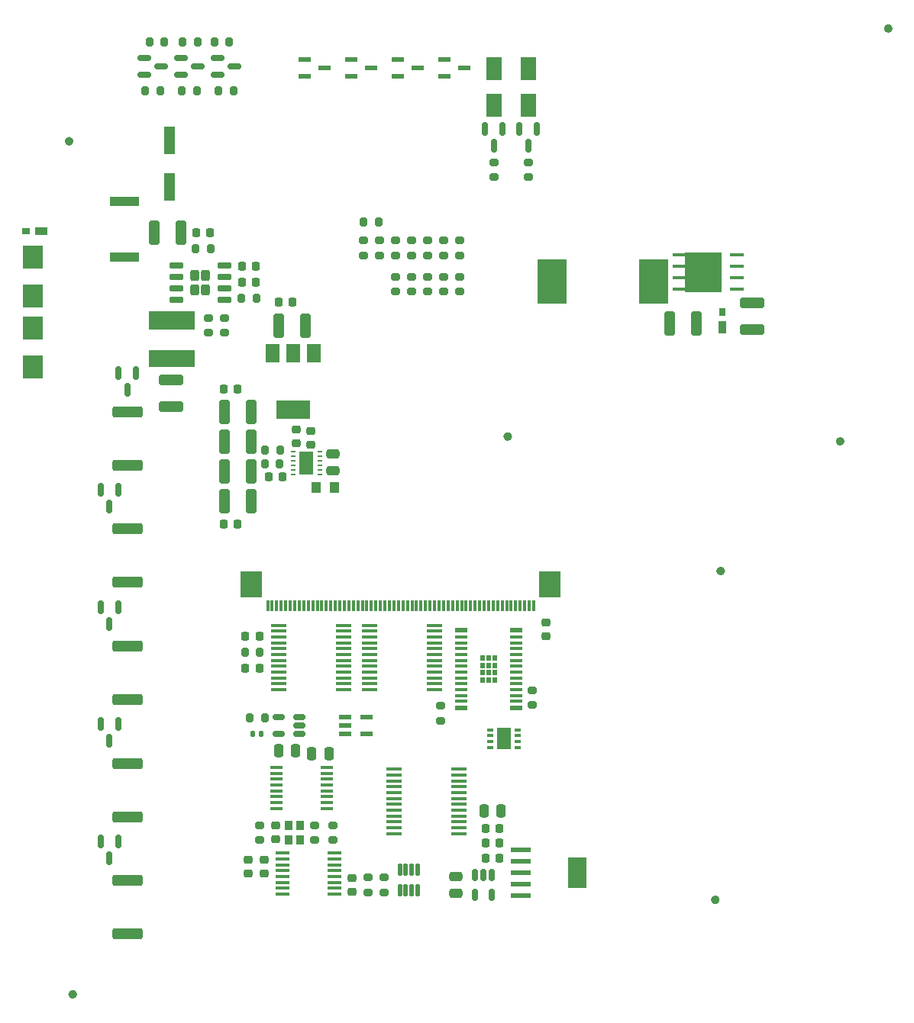
<source format=gtp>
G04 #@! TF.GenerationSoftware,KiCad,Pcbnew,(6.0.1-0)*
G04 #@! TF.CreationDate,2022-02-25T07:04:38+09:00*
G04 #@! TF.ProjectId,qPCR-main,71504352-2d6d-4616-996e-2e6b69636164,rev?*
G04 #@! TF.SameCoordinates,Original*
G04 #@! TF.FileFunction,Paste,Top*
G04 #@! TF.FilePolarity,Positive*
%FSLAX46Y46*%
G04 Gerber Fmt 4.6, Leading zero omitted, Abs format (unit mm)*
G04 Created by KiCad (PCBNEW (6.0.1-0)) date 2022-02-25 07:04:38*
%MOMM*%
%LPD*%
G01*
G04 APERTURE LIST*
G04 Aperture macros list*
%AMRoundRect*
0 Rectangle with rounded corners*
0 $1 Rounding radius*
0 $2 $3 $4 $5 $6 $7 $8 $9 X,Y pos of 4 corners*
0 Add a 4 corners polygon primitive as box body*
4,1,4,$2,$3,$4,$5,$6,$7,$8,$9,$2,$3,0*
0 Add four circle primitives for the rounded corners*
1,1,$1+$1,$2,$3*
1,1,$1+$1,$4,$5*
1,1,$1+$1,$6,$7*
1,1,$1+$1,$8,$9*
0 Add four rect primitives between the rounded corners*
20,1,$1+$1,$2,$3,$4,$5,0*
20,1,$1+$1,$4,$5,$6,$7,0*
20,1,$1+$1,$6,$7,$8,$9,0*
20,1,$1+$1,$8,$9,$2,$3,0*%
G04 Aperture macros list end*
%ADD10C,0.475000*%
%ADD11C,0.100000*%
%ADD12RoundRect,0.150000X-0.150000X0.587500X-0.150000X-0.587500X0.150000X-0.587500X0.150000X0.587500X0*%
%ADD13R,1.500000X2.000000*%
%ADD14R,3.800000X2.000000*%
%ADD15R,0.499999X0.249999*%
%ADD16R,1.500000X2.500000*%
%ADD17RoundRect,0.150000X-0.150000X0.512500X-0.150000X-0.512500X0.150000X-0.512500X0.150000X0.512500X0*%
%ADD18RoundRect,0.250000X0.250000X0.475000X-0.250000X0.475000X-0.250000X-0.475000X0.250000X-0.475000X0*%
%ADD19RoundRect,0.225000X0.225000X0.250000X-0.225000X0.250000X-0.225000X-0.250000X0.225000X-0.250000X0*%
%ADD20RoundRect,0.225000X-0.225000X-0.250000X0.225000X-0.250000X0.225000X0.250000X-0.225000X0.250000X0*%
%ADD21RoundRect,0.225000X0.250000X-0.225000X0.250000X0.225000X-0.250000X0.225000X-0.250000X-0.225000X0*%
%ADD22RoundRect,0.250000X-0.475000X0.250000X-0.475000X-0.250000X0.475000X-0.250000X0.475000X0.250000X0*%
%ADD23RoundRect,0.250000X0.325000X1.100000X-0.325000X1.100000X-0.325000X-1.100000X0.325000X-1.100000X0*%
%ADD24R,2.300000X2.500000*%
%ADD25R,1.000000X1.250000*%
%ADD26RoundRect,0.250000X-1.425000X0.362500X-1.425000X-0.362500X1.425000X-0.362500X1.425000X0.362500X0*%
%ADD27R,3.200000X1.000000*%
%ADD28R,5.100000X1.900000*%
%ADD29R,5.100000X2.100000*%
%ADD30RoundRect,0.200000X0.200000X0.275000X-0.200000X0.275000X-0.200000X-0.275000X0.200000X-0.275000X0*%
%ADD31R,1.800000X2.500000*%
%ADD32RoundRect,0.200000X-0.275000X0.200000X-0.275000X-0.200000X0.275000X-0.200000X0.275000X0.200000X0*%
%ADD33RoundRect,0.200000X0.275000X-0.200000X0.275000X0.200000X-0.275000X0.200000X-0.275000X-0.200000X0*%
%ADD34RoundRect,0.250000X0.475000X-0.250000X0.475000X0.250000X-0.475000X0.250000X-0.475000X-0.250000X0*%
%ADD35R,1.750000X0.450000*%
%ADD36R,0.650000X0.350000*%
%ADD37R,1.500000X2.400000*%
%ADD38RoundRect,0.225000X-0.250000X0.225000X-0.250000X-0.225000X0.250000X-0.225000X0.250000X0.225000X0*%
%ADD39RoundRect,0.125000X0.125000X-0.537500X0.125000X0.537500X-0.125000X0.537500X-0.125000X-0.537500X0*%
%ADD40RoundRect,0.150000X0.512500X0.150000X-0.512500X0.150000X-0.512500X-0.150000X0.512500X-0.150000X0*%
%ADD41RoundRect,0.250000X-0.250000X-0.475000X0.250000X-0.475000X0.250000X0.475000X-0.250000X0.475000X0*%
%ADD42R,0.900000X1.000000*%
%ADD43R,1.473200X0.355600*%
%ADD44R,1.570000X0.410000*%
%ADD45R,1.473200X0.558800*%
%ADD46R,0.300000X1.250000*%
%ADD47R,2.400000X3.000000*%
%ADD48R,1.350000X0.600000*%
%ADD49R,1.350000X0.400000*%
%ADD50R,1.219200X3.098800*%
%ADD51R,1.320800X0.558800*%
%ADD52R,1.397000X0.889000*%
%ADD53R,0.863600X0.762000*%
%ADD54RoundRect,0.242500X-0.242500X-0.382500X0.242500X-0.382500X0.242500X0.382500X-0.242500X0.382500X0*%
%ADD55RoundRect,0.150000X-0.650000X-0.150000X0.650000X-0.150000X0.650000X0.150000X-0.650000X0.150000X0*%
%ADD56RoundRect,0.200000X-0.200000X-0.275000X0.200000X-0.275000X0.200000X0.275000X-0.200000X0.275000X0*%
%ADD57R,0.889000X1.397000*%
%ADD58R,0.762000X0.863600*%
%ADD59R,1.516000X0.457200*%
%ADD60RoundRect,0.250000X1.100000X-0.325000X1.100000X0.325000X-1.100000X0.325000X-1.100000X-0.325000X0*%
%ADD61R,3.250000X5.000000*%
%ADD62RoundRect,0.250000X-0.325000X-1.100000X0.325000X-1.100000X0.325000X1.100000X-0.325000X1.100000X0*%
%ADD63RoundRect,0.150000X-0.587500X-0.150000X0.587500X-0.150000X0.587500X0.150000X-0.587500X0.150000X0*%
%ADD64RoundRect,0.140000X-0.140000X-0.170000X0.140000X-0.170000X0.140000X0.170000X-0.140000X0.170000X0*%
%ADD65R,2.200000X0.600000*%
%ADD66R,2.150000X3.450000*%
G04 APERTURE END LIST*
D10*
X87737503Y-52824990D02*
G75*
G03*
X87737503Y-52824990I-237500J0D01*
G01*
X88137500Y-147500000D02*
G75*
G03*
X88137500Y-147500000I-237500J0D01*
G01*
X136373510Y-85589999D02*
G75*
G03*
X136373510Y-85589999I-237500J0D01*
G01*
X178562493Y-40299996D02*
G75*
G03*
X178562493Y-40299996I-237500J0D01*
G01*
X173237510Y-86124999D02*
G75*
G03*
X173237510Y-86124999I-237500J0D01*
G01*
X159977500Y-100510000D02*
G75*
G03*
X159977500Y-100510000I-237500J0D01*
G01*
X159377500Y-137010000D02*
G75*
G03*
X159377500Y-137010000I-237500J0D01*
G01*
G36*
X133566892Y-110461109D02*
G01*
X133066892Y-110461109D01*
X133066892Y-109861109D01*
X133566892Y-109861109D01*
X133566892Y-110461109D01*
G37*
G36*
X134966892Y-111281109D02*
G01*
X134466892Y-111281109D01*
X134466892Y-110681109D01*
X134966892Y-110681109D01*
X134966892Y-111281109D01*
G37*
G36*
X134966892Y-112921109D02*
G01*
X134466892Y-112921109D01*
X134466892Y-112321109D01*
X134966892Y-112321109D01*
X134966892Y-112921109D01*
G37*
G36*
X133566892Y-111281109D02*
G01*
X133066892Y-111281109D01*
X133066892Y-110681109D01*
X133566892Y-110681109D01*
X133566892Y-111281109D01*
G37*
G36*
X134266892Y-112101109D02*
G01*
X133766892Y-112101109D01*
X133766892Y-111501109D01*
X134266892Y-111501109D01*
X134266892Y-112101109D01*
G37*
G36*
X134266892Y-111281109D02*
G01*
X133766892Y-111281109D01*
X133766892Y-110681109D01*
X134266892Y-110681109D01*
X134266892Y-111281109D01*
G37*
G36*
X134266892Y-110461109D02*
G01*
X133766892Y-110461109D01*
X133766892Y-109861109D01*
X134266892Y-109861109D01*
X134266892Y-110461109D01*
G37*
G36*
X134266892Y-112921109D02*
G01*
X133766892Y-112921109D01*
X133766892Y-112321109D01*
X134266892Y-112321109D01*
X134266892Y-112921109D01*
G37*
G36*
X134966892Y-112101109D02*
G01*
X134466892Y-112101109D01*
X134466892Y-111501109D01*
X134966892Y-111501109D01*
X134966892Y-112101109D01*
G37*
G36*
X134966892Y-110461109D02*
G01*
X134466892Y-110461109D01*
X134466892Y-109861109D01*
X134966892Y-109861109D01*
X134966892Y-110461109D01*
G37*
G36*
X133566892Y-112921109D02*
G01*
X133066892Y-112921109D01*
X133066892Y-112321109D01*
X133566892Y-112321109D01*
X133566892Y-112921109D01*
G37*
G36*
X133566892Y-112101109D02*
G01*
X133066892Y-112101109D01*
X133066892Y-111501109D01*
X133566892Y-111501109D01*
X133566892Y-112101109D01*
G37*
D11*
X155773799Y-69459000D02*
X159761599Y-69459000D01*
X159761599Y-69459000D02*
X159761599Y-65141000D01*
X159761599Y-65141000D02*
X155773799Y-65141000D01*
X155773799Y-65141000D02*
X155773799Y-69459000D01*
G36*
X159761599Y-69459000D02*
G01*
X155773799Y-69459000D01*
X155773799Y-65141000D01*
X159761599Y-65141000D01*
X159761599Y-69459000D01*
G37*
X159761599Y-69459000D02*
X155773799Y-69459000D01*
X155773799Y-65141000D01*
X159761599Y-65141000D01*
X159761599Y-69459000D01*
D12*
X94886000Y-78512500D03*
X92986000Y-78512500D03*
X93936000Y-80387500D03*
X92926000Y-91512500D03*
X91026000Y-91512500D03*
X91976000Y-93387500D03*
X92926000Y-104512500D03*
X91026000Y-104512500D03*
X91976000Y-106387500D03*
X92926000Y-117512500D03*
X91026000Y-117512500D03*
X91976000Y-119387500D03*
X92926000Y-130512500D03*
X91026000Y-130512500D03*
X91976000Y-132387500D03*
D13*
X114625000Y-76325000D03*
X112325000Y-76325000D03*
X110025000Y-76325000D03*
D14*
X112325000Y-82625000D03*
D15*
X112379998Y-87299988D03*
X112379998Y-87799987D03*
X112379998Y-88299988D03*
X112379998Y-88799988D03*
X112379998Y-89299989D03*
X112379998Y-89799988D03*
X115279998Y-89799988D03*
X115279998Y-89299989D03*
X115279998Y-88799988D03*
X115279998Y-88299988D03*
X115279998Y-87799987D03*
X115279998Y-87299988D03*
D16*
X113829998Y-88549988D03*
D17*
X134359995Y-134222504D03*
X133409995Y-134222504D03*
X132459995Y-134222504D03*
X132459995Y-136497504D03*
X134359995Y-136497504D03*
D18*
X135410000Y-127150000D03*
X133510000Y-127150000D03*
D19*
X135235005Y-129055012D03*
X133685005Y-129055012D03*
D20*
X110725000Y-70670000D03*
X112275000Y-70670000D03*
D19*
X135235005Y-130706012D03*
X133685005Y-130706012D03*
X106175000Y-80280000D03*
X104625000Y-80280000D03*
X111175000Y-90090000D03*
X109625000Y-90090000D03*
D21*
X114290000Y-86495000D03*
X114290000Y-84945000D03*
X112670000Y-86325000D03*
X112670000Y-84775000D03*
D22*
X116770000Y-87510000D03*
X116770000Y-89410000D03*
D23*
X107675000Y-89480000D03*
X104725000Y-89480000D03*
D24*
X83500000Y-69950000D03*
X83500000Y-65650000D03*
X83500000Y-73550000D03*
X83500000Y-77850000D03*
D25*
X116880000Y-91220000D03*
X114880000Y-91220000D03*
D26*
X93936000Y-82857500D03*
X93936000Y-88782500D03*
X93936000Y-95857500D03*
X93936000Y-101782500D03*
X93936000Y-108857500D03*
X93936000Y-114782500D03*
X93936000Y-121857500D03*
X93936000Y-127782500D03*
X93936000Y-134857500D03*
X93936000Y-140782500D03*
D19*
X135235005Y-132357012D03*
X133685005Y-132357012D03*
D27*
X93650000Y-59500000D03*
X93650000Y-65700000D03*
D28*
X98900000Y-76900000D03*
D29*
X98900000Y-72700000D03*
D19*
X108217000Y-66721990D03*
X106667000Y-66721990D03*
X108217000Y-68499990D03*
X106667000Y-68499990D03*
D23*
X107675000Y-92780000D03*
X104725000Y-92780000D03*
D30*
X110825000Y-88620000D03*
X109175000Y-88620000D03*
X110875000Y-87060000D03*
X109225000Y-87060000D03*
D31*
X134590000Y-48790000D03*
X134590000Y-44790000D03*
X138400000Y-48790000D03*
X138400000Y-44790000D03*
D12*
X135540000Y-51452500D03*
X133640000Y-51452500D03*
X134590000Y-53327500D03*
X139350000Y-51452500D03*
X137450000Y-51452500D03*
X138400000Y-53327500D03*
D32*
X134590000Y-55175000D03*
X134590000Y-56825000D03*
D33*
X138400000Y-56825000D03*
X138400000Y-55175000D03*
D34*
X130359988Y-136310004D03*
X130359988Y-134410004D03*
D35*
X110740005Y-106534000D03*
X110740005Y-107184000D03*
X110740005Y-107834000D03*
X110740005Y-108484000D03*
X110740005Y-109134000D03*
X110740005Y-109784000D03*
X110740005Y-110434000D03*
X110740005Y-111084000D03*
X110740005Y-111734000D03*
X110740005Y-112384000D03*
X110740005Y-113034000D03*
X110740005Y-113684000D03*
X117940005Y-113684000D03*
X117940005Y-113034000D03*
X117940005Y-112384000D03*
X117940005Y-111734000D03*
X117940005Y-111084000D03*
X117940005Y-110434000D03*
X117940005Y-109784000D03*
X117940005Y-109134000D03*
X117940005Y-108484000D03*
X117940005Y-107834000D03*
X117940005Y-107184000D03*
X117940005Y-106534000D03*
D36*
X134170000Y-118135000D03*
X134170000Y-118785000D03*
X134170000Y-119435001D03*
X134170000Y-120084999D03*
X137270000Y-120084999D03*
X137270000Y-119435001D03*
X137270000Y-118785000D03*
X137270000Y-118135000D03*
D37*
X135720000Y-119110000D03*
D35*
X120789998Y-106534000D03*
X120789998Y-107184000D03*
X120789998Y-107834000D03*
X120789998Y-108484000D03*
X120789998Y-109134000D03*
X120789998Y-109784000D03*
X120789998Y-110434000D03*
X120789998Y-111084000D03*
X120789998Y-111734000D03*
X120789998Y-112384000D03*
X120789998Y-113034000D03*
X120789998Y-113684000D03*
X127989998Y-113684000D03*
X127989998Y-113034000D03*
X127989998Y-112384000D03*
X127989998Y-111734000D03*
X127989998Y-111084000D03*
X127989998Y-110434000D03*
X127989998Y-109784000D03*
X127989998Y-109134000D03*
X127989998Y-108484000D03*
X127989998Y-107834000D03*
X127989998Y-107184000D03*
X127989998Y-106534000D03*
D19*
X108584995Y-111349993D03*
X107034995Y-111349993D03*
D21*
X140360000Y-107755000D03*
X140360000Y-106205000D03*
D20*
X107034995Y-107793993D03*
X108584995Y-107793993D03*
D38*
X107365800Y-132524200D03*
X107365800Y-134074200D03*
D21*
X109143800Y-134074200D03*
X109143800Y-132524200D03*
X118872000Y-136135004D03*
X118872000Y-134585004D03*
D18*
X112620000Y-120450000D03*
X110720000Y-120450000D03*
D39*
X124165000Y-135947500D03*
X124815000Y-135947500D03*
X125465000Y-135947500D03*
X126115000Y-135947500D03*
X126115000Y-133672500D03*
X125465000Y-133672500D03*
X124815000Y-133672500D03*
X124165000Y-133672500D03*
D40*
X113004993Y-118609988D03*
X113004993Y-117659988D03*
X113004993Y-116709988D03*
X110729993Y-116709988D03*
X110729993Y-118609988D03*
D41*
X114400000Y-120790000D03*
X116300000Y-120790000D03*
D42*
X113084500Y-130352500D03*
X113084500Y-128727500D03*
X111859500Y-128727500D03*
X111859500Y-130352500D03*
D21*
X110380000Y-130315000D03*
X110380000Y-128765000D03*
D32*
X114698000Y-128715000D03*
X114698000Y-130365000D03*
X116730000Y-128715000D03*
X116730000Y-130365000D03*
D43*
X116109400Y-126874999D03*
X116109400Y-126225001D03*
X116109400Y-125574999D03*
X116109400Y-124925001D03*
X116109400Y-124275002D03*
X116109400Y-123625001D03*
X116109400Y-122975002D03*
X116109400Y-122325001D03*
X110470600Y-122325001D03*
X110470600Y-122974999D03*
X110470600Y-123625001D03*
X110470600Y-124274999D03*
X110470600Y-124924998D03*
X110470600Y-125574999D03*
X110470600Y-126224998D03*
X110470600Y-126874999D03*
D44*
X111150000Y-131815000D03*
X111150000Y-132465000D03*
X111150000Y-133115000D03*
X111150000Y-133765000D03*
X111150000Y-134415000D03*
X111150000Y-135065000D03*
X111150000Y-135715000D03*
X111150000Y-136365000D03*
X116890000Y-136365000D03*
X116890000Y-135715000D03*
X116890000Y-135065000D03*
X116890000Y-134415000D03*
X116890000Y-133765000D03*
X116890000Y-133115000D03*
X116890000Y-132465000D03*
X116890000Y-131815000D03*
D45*
X118116198Y-116709987D03*
X118116198Y-117659988D03*
X118116198Y-118609989D03*
X120503798Y-118609989D03*
X120503798Y-116709987D03*
D32*
X108602000Y-128715000D03*
X108602000Y-130365000D03*
D30*
X108634995Y-109571993D03*
X106984995Y-109571993D03*
D33*
X120650000Y-136185004D03*
X120650000Y-134535004D03*
X122428000Y-136185004D03*
X122428000Y-134535004D03*
D35*
X130750012Y-129664994D03*
X130750012Y-129014994D03*
X130750012Y-128364994D03*
X130750012Y-127714994D03*
X130750012Y-127064994D03*
X130750012Y-126414994D03*
X130750012Y-125764994D03*
X130750012Y-125114994D03*
X130750012Y-124464994D03*
X130750012Y-123814994D03*
X130750012Y-123164994D03*
X130750012Y-122514994D03*
X123550012Y-122514994D03*
X123550012Y-123164994D03*
X123550012Y-123814994D03*
X123550012Y-124464994D03*
X123550012Y-125114994D03*
X123550012Y-125764994D03*
X123550012Y-126414994D03*
X123550012Y-127064994D03*
X123550012Y-127714994D03*
X123550012Y-128364994D03*
X123550012Y-129014994D03*
X123550012Y-129664994D03*
D46*
X139020000Y-104340000D03*
X138520000Y-104340000D03*
X138020000Y-104340000D03*
X137520000Y-104340000D03*
X137020000Y-104340000D03*
X136520000Y-104340000D03*
X136020000Y-104340000D03*
X135520000Y-104340000D03*
X135020000Y-104340000D03*
X134520000Y-104340000D03*
X134020000Y-104340000D03*
X133520000Y-104340000D03*
X133020000Y-104340000D03*
X132520000Y-104340000D03*
X132020000Y-104340000D03*
X131520000Y-104340000D03*
X131020000Y-104340000D03*
X130520000Y-104340000D03*
X130020000Y-104340000D03*
X129520000Y-104340000D03*
X129020000Y-104340000D03*
X128520000Y-104340000D03*
X128020000Y-104340000D03*
X127520000Y-104340000D03*
X127020000Y-104340000D03*
X126520000Y-104340000D03*
X126020000Y-104340000D03*
X125520000Y-104340000D03*
X125020000Y-104340000D03*
X124520000Y-104340000D03*
X124020000Y-104340000D03*
X123520000Y-104340000D03*
X123020000Y-104340000D03*
X122520000Y-104340000D03*
X122020000Y-104340000D03*
X121520000Y-104340000D03*
X121020000Y-104340000D03*
X120520000Y-104340000D03*
X120020000Y-104340000D03*
X119520000Y-104340000D03*
X119020000Y-104340000D03*
X118520000Y-104340000D03*
X118020000Y-104340000D03*
X117520000Y-104340000D03*
X117020000Y-104340000D03*
X116520000Y-104340000D03*
X116020000Y-104340000D03*
X115520000Y-104340000D03*
X115020000Y-104340000D03*
X114520000Y-104340000D03*
X114020000Y-104340000D03*
X113520000Y-104340000D03*
X113020000Y-104340000D03*
X112520000Y-104340000D03*
X112020000Y-104340000D03*
X111520000Y-104340000D03*
X111020000Y-104340000D03*
X110520000Y-104340000D03*
X110020000Y-104340000D03*
X109520000Y-104340000D03*
D47*
X140820000Y-102015000D03*
X107720000Y-102015000D03*
D48*
X137066892Y-115726109D03*
D49*
X137066892Y-114976109D03*
X137066892Y-114326109D03*
X137066892Y-113676109D03*
X137066892Y-113026109D03*
X137066892Y-112376109D03*
X137066892Y-111726109D03*
X137066892Y-111076109D03*
X137066892Y-110426109D03*
X137066892Y-109776109D03*
X137066892Y-109126109D03*
X137066892Y-108476109D03*
X137066892Y-107826109D03*
D48*
X137066892Y-107076109D03*
X130966892Y-107076109D03*
D49*
X130966892Y-107826109D03*
X130966892Y-108476109D03*
X130966892Y-109126109D03*
X130966892Y-109776109D03*
X130966892Y-110426109D03*
X130966892Y-111076109D03*
X130966892Y-111726109D03*
X130966892Y-112376109D03*
X130966892Y-113026109D03*
X130966892Y-113676109D03*
X130966892Y-114326109D03*
X130966892Y-114976109D03*
D48*
X130966892Y-115726109D03*
D50*
X98650000Y-57852700D03*
X98650000Y-52747300D03*
D51*
X123942800Y-43760200D03*
X123942800Y-45639800D03*
X126127200Y-44700000D03*
X129107800Y-43760200D03*
X129107800Y-45639800D03*
X131292200Y-44700000D03*
X118777800Y-43760200D03*
X118777800Y-45639800D03*
X120962200Y-44700000D03*
X113612800Y-43760200D03*
X113612800Y-45639800D03*
X115797200Y-44700000D03*
D52*
X84449300Y-62800000D03*
D53*
X82684000Y-62800000D03*
D54*
X101450012Y-67724990D03*
X102650012Y-69274990D03*
X102650012Y-67724990D03*
X101450012Y-69274990D03*
D55*
X99400012Y-66594990D03*
X99400012Y-67864990D03*
X99400012Y-69134990D03*
X99400012Y-70404990D03*
X104700012Y-70404990D03*
X104700012Y-69134990D03*
X104700012Y-67864990D03*
X104700012Y-66594990D03*
D19*
X103137000Y-62992000D03*
X101587000Y-62992000D03*
D56*
X101537000Y-64770000D03*
X103187000Y-64770000D03*
D57*
X159900000Y-73499300D03*
D58*
X159900000Y-71734000D03*
D59*
X161510199Y-69205000D03*
X161510199Y-67935000D03*
X161510199Y-66665000D03*
X161510199Y-65395000D03*
X155168199Y-65395000D03*
X155168199Y-66665000D03*
X155168199Y-67935000D03*
X155168199Y-69205000D03*
D60*
X163230000Y-73745000D03*
X163230000Y-70795000D03*
D23*
X157065000Y-73030000D03*
X154115000Y-73030000D03*
D61*
X152285000Y-68410000D03*
X141035000Y-68410000D03*
D32*
X130838000Y-63825000D03*
X130838000Y-65475000D03*
X120170000Y-63825000D03*
X120170000Y-65475000D03*
D33*
X127282000Y-65475000D03*
X127282000Y-63825000D03*
X129060000Y-65475000D03*
X129060000Y-63825000D03*
X121948000Y-65475000D03*
X121948000Y-63825000D03*
X123726000Y-65475000D03*
X123726000Y-63825000D03*
X125504000Y-65475000D03*
X125504000Y-63825000D03*
D32*
X130838000Y-67855000D03*
X130838000Y-69505000D03*
D30*
X121825000Y-61800000D03*
X120175000Y-61800000D03*
D32*
X127282000Y-67855000D03*
X127282000Y-69505000D03*
X129060000Y-67855000D03*
X129060000Y-69505000D03*
X125504000Y-67855000D03*
X125504000Y-69505000D03*
X123726000Y-67855000D03*
X123726000Y-69505000D03*
X128710000Y-115485000D03*
X128710000Y-117135000D03*
D19*
X106165000Y-95290000D03*
X104615000Y-95290000D03*
D62*
X110725000Y-73310000D03*
X113675000Y-73310000D03*
D23*
X107675000Y-86180000D03*
X104725000Y-86180000D03*
X107675000Y-82880000D03*
X104725000Y-82880000D03*
D56*
X100013000Y-47244000D03*
X101663000Y-47244000D03*
X106617000Y-70277990D03*
X108267000Y-70277990D03*
D63*
X103964500Y-43550800D03*
X103964500Y-45450800D03*
X105839500Y-44500800D03*
D60*
X98840000Y-82285000D03*
X98840000Y-79335000D03*
D33*
X138830000Y-115415000D03*
X138830000Y-113765000D03*
D56*
X103605000Y-41800000D03*
X105255000Y-41800000D03*
D64*
X107869999Y-118550004D03*
X108829999Y-118550004D03*
D56*
X104077000Y-47244000D03*
X105727000Y-47244000D03*
D63*
X95836500Y-43550800D03*
X95836500Y-45450800D03*
X97711500Y-44500800D03*
D65*
X137552490Y-131439996D03*
X137552490Y-132709996D03*
X137552490Y-133979996D03*
X137552490Y-135249996D03*
X137552490Y-136519996D03*
D66*
X143852490Y-133979996D03*
D30*
X109175000Y-116772000D03*
X107525000Y-116772000D03*
D33*
X102932000Y-74065000D03*
X102932000Y-72415000D03*
D56*
X95949000Y-47244000D03*
X97599000Y-47244000D03*
D33*
X104710000Y-74065000D03*
X104710000Y-72415000D03*
D63*
X99900500Y-43550800D03*
X99900500Y-45450800D03*
X101775500Y-44500800D03*
D56*
X96405000Y-41790000D03*
X98055000Y-41790000D03*
D23*
X99875000Y-62950000D03*
X96925000Y-62950000D03*
D56*
X100085000Y-41760000D03*
X101735000Y-41760000D03*
M02*

</source>
